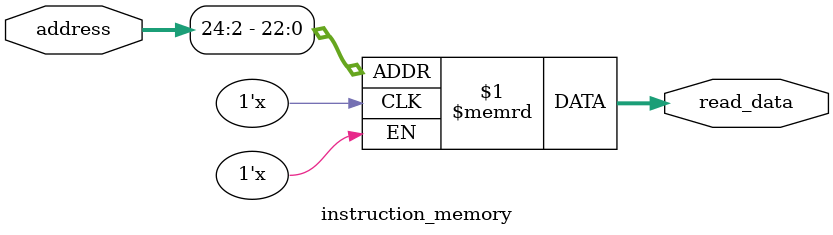
<source format=v>
module instruction_memory (
    input wire [31:0] address, // Address from PC
    output wire [31:0] read_data // Instruction
);

    // Define memory: 8M words (32MB)
    reg [31:0] memory [0:8388607];

    // Read logic (Combinational / Asynchronous read)
    // RISC-V instructions are 4-byte aligned.
    // We use addr[24:2] to index the word array.
    assign read_data = memory[address[24:2]];

endmodule

</source>
